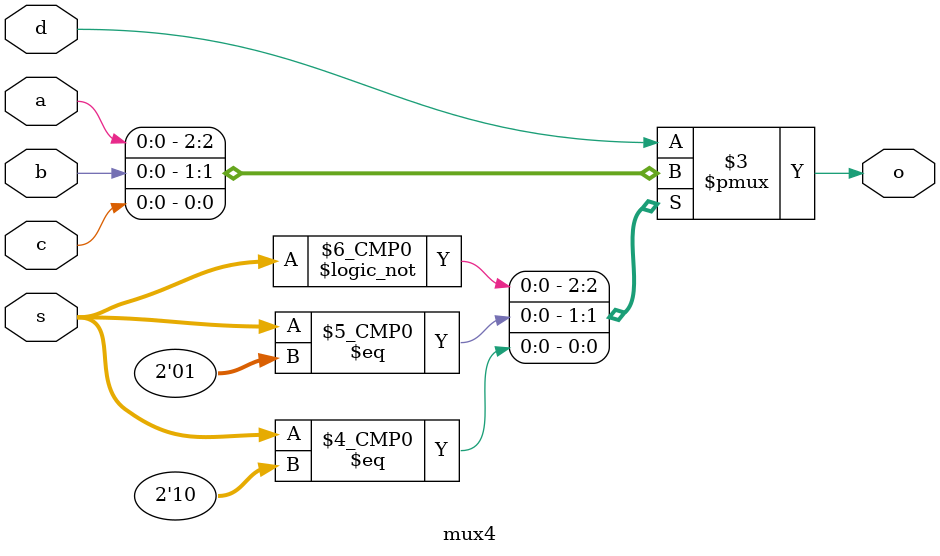
<source format=v>
`timescale 1ns / 1ps


module mux4(
    input a,
    input b,
    input c,
    input d,
    input [1:0] s,
    output reg o
    );
    
    always @ (a or b or c or d or s) begin
        case (s)
            2'b00 : o = a;
            2'b01 : o = b;
            2'b10 : o = c;
            default : o = d;
        endcase
    end
    
endmodule

</source>
